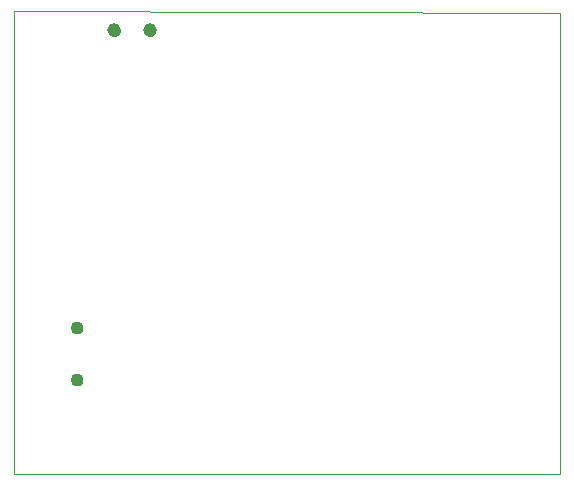
<source format=gbs>
G75*
%MOIN*%
%OFA0B0*%
%FSLAX25Y25*%
%IPPOS*%
%LPD*%
%AMOC8*
5,1,8,0,0,1.08239X$1,22.5*
%
%ADD10C,0.00000*%
%ADD11C,0.04343*%
%ADD12C,0.04540*%
D10*
X0013086Y0010868D02*
X0012813Y0165237D01*
X0194882Y0164778D01*
X0194985Y0010987D01*
X0013086Y0010868D01*
X0032137Y0042349D02*
X0032139Y0042433D01*
X0032145Y0042516D01*
X0032155Y0042599D01*
X0032169Y0042682D01*
X0032186Y0042764D01*
X0032208Y0042845D01*
X0032233Y0042924D01*
X0032262Y0043003D01*
X0032295Y0043080D01*
X0032331Y0043155D01*
X0032371Y0043229D01*
X0032414Y0043301D01*
X0032461Y0043370D01*
X0032511Y0043437D01*
X0032564Y0043502D01*
X0032620Y0043564D01*
X0032678Y0043624D01*
X0032740Y0043681D01*
X0032804Y0043734D01*
X0032871Y0043785D01*
X0032940Y0043832D01*
X0033011Y0043877D01*
X0033084Y0043917D01*
X0033159Y0043954D01*
X0033236Y0043988D01*
X0033314Y0044018D01*
X0033393Y0044044D01*
X0033474Y0044067D01*
X0033556Y0044085D01*
X0033638Y0044100D01*
X0033721Y0044111D01*
X0033804Y0044118D01*
X0033888Y0044121D01*
X0033972Y0044120D01*
X0034055Y0044115D01*
X0034139Y0044106D01*
X0034221Y0044093D01*
X0034303Y0044077D01*
X0034384Y0044056D01*
X0034465Y0044032D01*
X0034543Y0044004D01*
X0034621Y0043972D01*
X0034697Y0043936D01*
X0034771Y0043897D01*
X0034843Y0043855D01*
X0034913Y0043809D01*
X0034981Y0043760D01*
X0035046Y0043708D01*
X0035109Y0043653D01*
X0035169Y0043595D01*
X0035227Y0043534D01*
X0035281Y0043470D01*
X0035333Y0043404D01*
X0035381Y0043336D01*
X0035426Y0043265D01*
X0035467Y0043192D01*
X0035506Y0043118D01*
X0035540Y0043042D01*
X0035571Y0042964D01*
X0035598Y0042885D01*
X0035622Y0042804D01*
X0035641Y0042723D01*
X0035657Y0042641D01*
X0035669Y0042558D01*
X0035677Y0042474D01*
X0035681Y0042391D01*
X0035681Y0042307D01*
X0035677Y0042224D01*
X0035669Y0042140D01*
X0035657Y0042057D01*
X0035641Y0041975D01*
X0035622Y0041894D01*
X0035598Y0041813D01*
X0035571Y0041734D01*
X0035540Y0041656D01*
X0035506Y0041580D01*
X0035467Y0041506D01*
X0035426Y0041433D01*
X0035381Y0041362D01*
X0035333Y0041294D01*
X0035281Y0041228D01*
X0035227Y0041164D01*
X0035169Y0041103D01*
X0035109Y0041045D01*
X0035046Y0040990D01*
X0034981Y0040938D01*
X0034913Y0040889D01*
X0034843Y0040843D01*
X0034771Y0040801D01*
X0034697Y0040762D01*
X0034621Y0040726D01*
X0034543Y0040694D01*
X0034465Y0040666D01*
X0034384Y0040642D01*
X0034303Y0040621D01*
X0034221Y0040605D01*
X0034139Y0040592D01*
X0034055Y0040583D01*
X0033972Y0040578D01*
X0033888Y0040577D01*
X0033804Y0040580D01*
X0033721Y0040587D01*
X0033638Y0040598D01*
X0033556Y0040613D01*
X0033474Y0040631D01*
X0033393Y0040654D01*
X0033314Y0040680D01*
X0033236Y0040710D01*
X0033159Y0040744D01*
X0033084Y0040781D01*
X0033011Y0040821D01*
X0032940Y0040866D01*
X0032871Y0040913D01*
X0032804Y0040964D01*
X0032740Y0041017D01*
X0032678Y0041074D01*
X0032620Y0041134D01*
X0032564Y0041196D01*
X0032511Y0041261D01*
X0032461Y0041328D01*
X0032414Y0041397D01*
X0032371Y0041469D01*
X0032331Y0041543D01*
X0032295Y0041618D01*
X0032262Y0041695D01*
X0032233Y0041774D01*
X0032208Y0041853D01*
X0032186Y0041934D01*
X0032169Y0042016D01*
X0032155Y0042099D01*
X0032145Y0042182D01*
X0032139Y0042265D01*
X0032137Y0042349D01*
X0032137Y0059671D02*
X0032139Y0059755D01*
X0032145Y0059838D01*
X0032155Y0059921D01*
X0032169Y0060004D01*
X0032186Y0060086D01*
X0032208Y0060167D01*
X0032233Y0060246D01*
X0032262Y0060325D01*
X0032295Y0060402D01*
X0032331Y0060477D01*
X0032371Y0060551D01*
X0032414Y0060623D01*
X0032461Y0060692D01*
X0032511Y0060759D01*
X0032564Y0060824D01*
X0032620Y0060886D01*
X0032678Y0060946D01*
X0032740Y0061003D01*
X0032804Y0061056D01*
X0032871Y0061107D01*
X0032940Y0061154D01*
X0033011Y0061199D01*
X0033084Y0061239D01*
X0033159Y0061276D01*
X0033236Y0061310D01*
X0033314Y0061340D01*
X0033393Y0061366D01*
X0033474Y0061389D01*
X0033556Y0061407D01*
X0033638Y0061422D01*
X0033721Y0061433D01*
X0033804Y0061440D01*
X0033888Y0061443D01*
X0033972Y0061442D01*
X0034055Y0061437D01*
X0034139Y0061428D01*
X0034221Y0061415D01*
X0034303Y0061399D01*
X0034384Y0061378D01*
X0034465Y0061354D01*
X0034543Y0061326D01*
X0034621Y0061294D01*
X0034697Y0061258D01*
X0034771Y0061219D01*
X0034843Y0061177D01*
X0034913Y0061131D01*
X0034981Y0061082D01*
X0035046Y0061030D01*
X0035109Y0060975D01*
X0035169Y0060917D01*
X0035227Y0060856D01*
X0035281Y0060792D01*
X0035333Y0060726D01*
X0035381Y0060658D01*
X0035426Y0060587D01*
X0035467Y0060514D01*
X0035506Y0060440D01*
X0035540Y0060364D01*
X0035571Y0060286D01*
X0035598Y0060207D01*
X0035622Y0060126D01*
X0035641Y0060045D01*
X0035657Y0059963D01*
X0035669Y0059880D01*
X0035677Y0059796D01*
X0035681Y0059713D01*
X0035681Y0059629D01*
X0035677Y0059546D01*
X0035669Y0059462D01*
X0035657Y0059379D01*
X0035641Y0059297D01*
X0035622Y0059216D01*
X0035598Y0059135D01*
X0035571Y0059056D01*
X0035540Y0058978D01*
X0035506Y0058902D01*
X0035467Y0058828D01*
X0035426Y0058755D01*
X0035381Y0058684D01*
X0035333Y0058616D01*
X0035281Y0058550D01*
X0035227Y0058486D01*
X0035169Y0058425D01*
X0035109Y0058367D01*
X0035046Y0058312D01*
X0034981Y0058260D01*
X0034913Y0058211D01*
X0034843Y0058165D01*
X0034771Y0058123D01*
X0034697Y0058084D01*
X0034621Y0058048D01*
X0034543Y0058016D01*
X0034465Y0057988D01*
X0034384Y0057964D01*
X0034303Y0057943D01*
X0034221Y0057927D01*
X0034139Y0057914D01*
X0034055Y0057905D01*
X0033972Y0057900D01*
X0033888Y0057899D01*
X0033804Y0057902D01*
X0033721Y0057909D01*
X0033638Y0057920D01*
X0033556Y0057935D01*
X0033474Y0057953D01*
X0033393Y0057976D01*
X0033314Y0058002D01*
X0033236Y0058032D01*
X0033159Y0058066D01*
X0033084Y0058103D01*
X0033011Y0058143D01*
X0032940Y0058188D01*
X0032871Y0058235D01*
X0032804Y0058286D01*
X0032740Y0058339D01*
X0032678Y0058396D01*
X0032620Y0058456D01*
X0032564Y0058518D01*
X0032511Y0058583D01*
X0032461Y0058650D01*
X0032414Y0058719D01*
X0032371Y0058791D01*
X0032331Y0058865D01*
X0032295Y0058940D01*
X0032262Y0059017D01*
X0032233Y0059096D01*
X0032208Y0059175D01*
X0032186Y0059256D01*
X0032169Y0059338D01*
X0032155Y0059421D01*
X0032145Y0059504D01*
X0032139Y0059587D01*
X0032137Y0059671D01*
X0044435Y0158887D02*
X0044437Y0158973D01*
X0044443Y0159060D01*
X0044453Y0159145D01*
X0044467Y0159231D01*
X0044485Y0159315D01*
X0044506Y0159399D01*
X0044532Y0159481D01*
X0044561Y0159563D01*
X0044594Y0159642D01*
X0044631Y0159721D01*
X0044671Y0159797D01*
X0044715Y0159871D01*
X0044762Y0159944D01*
X0044813Y0160014D01*
X0044866Y0160082D01*
X0044923Y0160147D01*
X0044983Y0160209D01*
X0045045Y0160269D01*
X0045110Y0160326D01*
X0045178Y0160379D01*
X0045248Y0160430D01*
X0045321Y0160477D01*
X0045395Y0160521D01*
X0045471Y0160561D01*
X0045550Y0160598D01*
X0045629Y0160631D01*
X0045711Y0160660D01*
X0045793Y0160686D01*
X0045877Y0160707D01*
X0045961Y0160725D01*
X0046047Y0160739D01*
X0046132Y0160749D01*
X0046219Y0160755D01*
X0046305Y0160757D01*
X0046391Y0160755D01*
X0046478Y0160749D01*
X0046563Y0160739D01*
X0046649Y0160725D01*
X0046733Y0160707D01*
X0046817Y0160686D01*
X0046899Y0160660D01*
X0046981Y0160631D01*
X0047060Y0160598D01*
X0047139Y0160561D01*
X0047215Y0160521D01*
X0047289Y0160477D01*
X0047362Y0160430D01*
X0047432Y0160379D01*
X0047500Y0160326D01*
X0047565Y0160269D01*
X0047627Y0160209D01*
X0047687Y0160147D01*
X0047744Y0160082D01*
X0047797Y0160014D01*
X0047848Y0159944D01*
X0047895Y0159871D01*
X0047939Y0159797D01*
X0047979Y0159721D01*
X0048016Y0159642D01*
X0048049Y0159563D01*
X0048078Y0159481D01*
X0048104Y0159399D01*
X0048125Y0159315D01*
X0048143Y0159231D01*
X0048157Y0159145D01*
X0048167Y0159060D01*
X0048173Y0158973D01*
X0048175Y0158887D01*
X0048173Y0158801D01*
X0048167Y0158714D01*
X0048157Y0158629D01*
X0048143Y0158543D01*
X0048125Y0158459D01*
X0048104Y0158375D01*
X0048078Y0158293D01*
X0048049Y0158211D01*
X0048016Y0158132D01*
X0047979Y0158053D01*
X0047939Y0157977D01*
X0047895Y0157903D01*
X0047848Y0157830D01*
X0047797Y0157760D01*
X0047744Y0157692D01*
X0047687Y0157627D01*
X0047627Y0157565D01*
X0047565Y0157505D01*
X0047500Y0157448D01*
X0047432Y0157395D01*
X0047362Y0157344D01*
X0047289Y0157297D01*
X0047215Y0157253D01*
X0047139Y0157213D01*
X0047060Y0157176D01*
X0046981Y0157143D01*
X0046899Y0157114D01*
X0046817Y0157088D01*
X0046733Y0157067D01*
X0046649Y0157049D01*
X0046563Y0157035D01*
X0046478Y0157025D01*
X0046391Y0157019D01*
X0046305Y0157017D01*
X0046219Y0157019D01*
X0046132Y0157025D01*
X0046047Y0157035D01*
X0045961Y0157049D01*
X0045877Y0157067D01*
X0045793Y0157088D01*
X0045711Y0157114D01*
X0045629Y0157143D01*
X0045550Y0157176D01*
X0045471Y0157213D01*
X0045395Y0157253D01*
X0045321Y0157297D01*
X0045248Y0157344D01*
X0045178Y0157395D01*
X0045110Y0157448D01*
X0045045Y0157505D01*
X0044983Y0157565D01*
X0044923Y0157627D01*
X0044866Y0157692D01*
X0044813Y0157760D01*
X0044762Y0157830D01*
X0044715Y0157903D01*
X0044671Y0157977D01*
X0044631Y0158053D01*
X0044594Y0158132D01*
X0044561Y0158211D01*
X0044532Y0158293D01*
X0044506Y0158375D01*
X0044485Y0158459D01*
X0044467Y0158543D01*
X0044453Y0158629D01*
X0044443Y0158714D01*
X0044437Y0158801D01*
X0044435Y0158887D01*
X0056246Y0158887D02*
X0056248Y0158973D01*
X0056254Y0159060D01*
X0056264Y0159145D01*
X0056278Y0159231D01*
X0056296Y0159315D01*
X0056317Y0159399D01*
X0056343Y0159481D01*
X0056372Y0159563D01*
X0056405Y0159642D01*
X0056442Y0159721D01*
X0056482Y0159797D01*
X0056526Y0159871D01*
X0056573Y0159944D01*
X0056624Y0160014D01*
X0056677Y0160082D01*
X0056734Y0160147D01*
X0056794Y0160209D01*
X0056856Y0160269D01*
X0056921Y0160326D01*
X0056989Y0160379D01*
X0057059Y0160430D01*
X0057132Y0160477D01*
X0057206Y0160521D01*
X0057282Y0160561D01*
X0057361Y0160598D01*
X0057440Y0160631D01*
X0057522Y0160660D01*
X0057604Y0160686D01*
X0057688Y0160707D01*
X0057772Y0160725D01*
X0057858Y0160739D01*
X0057943Y0160749D01*
X0058030Y0160755D01*
X0058116Y0160757D01*
X0058202Y0160755D01*
X0058289Y0160749D01*
X0058374Y0160739D01*
X0058460Y0160725D01*
X0058544Y0160707D01*
X0058628Y0160686D01*
X0058710Y0160660D01*
X0058792Y0160631D01*
X0058871Y0160598D01*
X0058950Y0160561D01*
X0059026Y0160521D01*
X0059100Y0160477D01*
X0059173Y0160430D01*
X0059243Y0160379D01*
X0059311Y0160326D01*
X0059376Y0160269D01*
X0059438Y0160209D01*
X0059498Y0160147D01*
X0059555Y0160082D01*
X0059608Y0160014D01*
X0059659Y0159944D01*
X0059706Y0159871D01*
X0059750Y0159797D01*
X0059790Y0159721D01*
X0059827Y0159642D01*
X0059860Y0159563D01*
X0059889Y0159481D01*
X0059915Y0159399D01*
X0059936Y0159315D01*
X0059954Y0159231D01*
X0059968Y0159145D01*
X0059978Y0159060D01*
X0059984Y0158973D01*
X0059986Y0158887D01*
X0059984Y0158801D01*
X0059978Y0158714D01*
X0059968Y0158629D01*
X0059954Y0158543D01*
X0059936Y0158459D01*
X0059915Y0158375D01*
X0059889Y0158293D01*
X0059860Y0158211D01*
X0059827Y0158132D01*
X0059790Y0158053D01*
X0059750Y0157977D01*
X0059706Y0157903D01*
X0059659Y0157830D01*
X0059608Y0157760D01*
X0059555Y0157692D01*
X0059498Y0157627D01*
X0059438Y0157565D01*
X0059376Y0157505D01*
X0059311Y0157448D01*
X0059243Y0157395D01*
X0059173Y0157344D01*
X0059100Y0157297D01*
X0059026Y0157253D01*
X0058950Y0157213D01*
X0058871Y0157176D01*
X0058792Y0157143D01*
X0058710Y0157114D01*
X0058628Y0157088D01*
X0058544Y0157067D01*
X0058460Y0157049D01*
X0058374Y0157035D01*
X0058289Y0157025D01*
X0058202Y0157019D01*
X0058116Y0157017D01*
X0058030Y0157019D01*
X0057943Y0157025D01*
X0057858Y0157035D01*
X0057772Y0157049D01*
X0057688Y0157067D01*
X0057604Y0157088D01*
X0057522Y0157114D01*
X0057440Y0157143D01*
X0057361Y0157176D01*
X0057282Y0157213D01*
X0057206Y0157253D01*
X0057132Y0157297D01*
X0057059Y0157344D01*
X0056989Y0157395D01*
X0056921Y0157448D01*
X0056856Y0157505D01*
X0056794Y0157565D01*
X0056734Y0157627D01*
X0056677Y0157692D01*
X0056624Y0157760D01*
X0056573Y0157830D01*
X0056526Y0157903D01*
X0056482Y0157977D01*
X0056442Y0158053D01*
X0056405Y0158132D01*
X0056372Y0158211D01*
X0056343Y0158293D01*
X0056317Y0158375D01*
X0056296Y0158459D01*
X0056278Y0158543D01*
X0056264Y0158629D01*
X0056254Y0158714D01*
X0056248Y0158801D01*
X0056246Y0158887D01*
D11*
X0033909Y0059671D03*
X0033909Y0042349D03*
D12*
X0046305Y0158887D03*
X0058116Y0158887D03*
M02*

</source>
